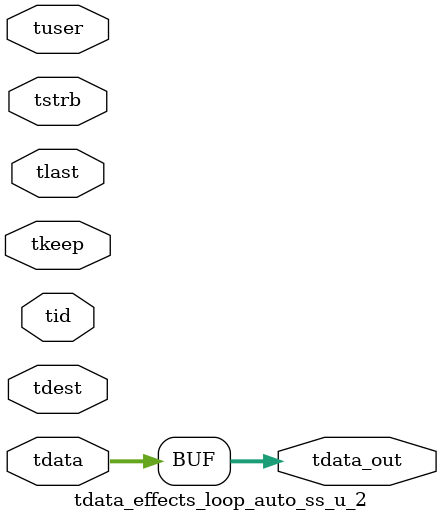
<source format=v>


`timescale 1ps/1ps

module tdata_effects_loop_auto_ss_u_2 #
(
parameter C_S_AXIS_TDATA_WIDTH = 32,
parameter C_S_AXIS_TUSER_WIDTH = 0,
parameter C_S_AXIS_TID_WIDTH   = 0,
parameter C_S_AXIS_TDEST_WIDTH = 0,
parameter C_M_AXIS_TDATA_WIDTH = 32
)
(
input  [(C_S_AXIS_TDATA_WIDTH == 0 ? 1 : C_S_AXIS_TDATA_WIDTH)-1:0     ] tdata,
input  [(C_S_AXIS_TUSER_WIDTH == 0 ? 1 : C_S_AXIS_TUSER_WIDTH)-1:0     ] tuser,
input  [(C_S_AXIS_TID_WIDTH   == 0 ? 1 : C_S_AXIS_TID_WIDTH)-1:0       ] tid,
input  [(C_S_AXIS_TDEST_WIDTH == 0 ? 1 : C_S_AXIS_TDEST_WIDTH)-1:0     ] tdest,
input  [(C_S_AXIS_TDATA_WIDTH/8)-1:0 ] tkeep,
input  [(C_S_AXIS_TDATA_WIDTH/8)-1:0 ] tstrb,
input                                                                    tlast,
output [C_M_AXIS_TDATA_WIDTH-1:0] tdata_out
);

assign tdata_out = {tdata[63:0]};

endmodule


</source>
